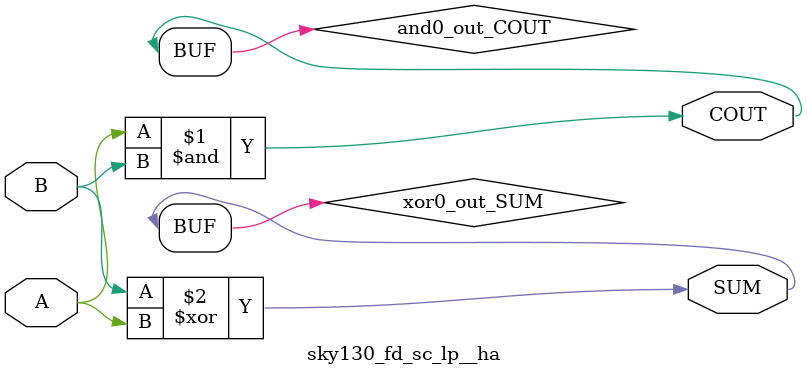
<source format=v>
/*
 * Copyright 2020 The SkyWater PDK Authors
 *
 * Licensed under the Apache License, Version 2.0 (the "License");
 * you may not use this file except in compliance with the License.
 * You may obtain a copy of the License at
 *
 *     https://www.apache.org/licenses/LICENSE-2.0
 *
 * Unless required by applicable law or agreed to in writing, software
 * distributed under the License is distributed on an "AS IS" BASIS,
 * WITHOUT WARRANTIES OR CONDITIONS OF ANY KIND, either express or implied.
 * See the License for the specific language governing permissions and
 * limitations under the License.
 *
 * SPDX-License-Identifier: Apache-2.0
*/


`ifndef SKY130_FD_SC_LP__HA_FUNCTIONAL_V
`define SKY130_FD_SC_LP__HA_FUNCTIONAL_V

/**
 * ha: Half adder.
 *
 * Verilog simulation functional model.
 */

`timescale 1ns / 1ps
`default_nettype none

`celldefine
module sky130_fd_sc_lp__ha (
    COUT,
    SUM ,
    A   ,
    B
);

    // Module ports
    output COUT;
    output SUM ;
    input  A   ;
    input  B   ;

    // Local signals
    wire and0_out_COUT;
    wire xor0_out_SUM ;

    //  Name  Output         Other arguments
    and and0 (and0_out_COUT, A, B           );
    buf buf0 (COUT         , and0_out_COUT  );
    xor xor0 (xor0_out_SUM , B, A           );
    buf buf1 (SUM          , xor0_out_SUM   );

endmodule
`endcelldefine

`default_nettype wire
`endif  // SKY130_FD_SC_LP__HA_FUNCTIONAL_V
</source>
